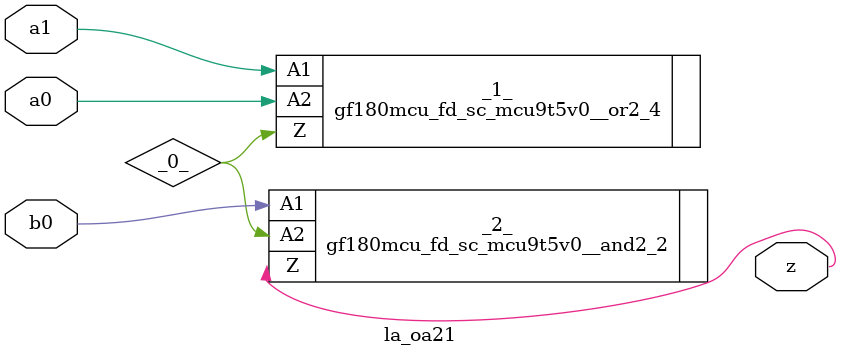
<source format=v>

/* Generated by Yosys 0.37 (git sha1 a5c7f69ed, clang 14.0.0-1ubuntu1.1 -fPIC -Os) */

module la_oa21(a0, a1, b0, z);
  wire _0_;
  input a0;
  wire a0;
  input a1;
  wire a1;
  input b0;
  wire b0;
  output z;
  wire z;
  gf180mcu_fd_sc_mcu9t5v0__or2_4 _1_ (
    .A1(a1),
    .A2(a0),
    .Z(_0_)
  );
  gf180mcu_fd_sc_mcu9t5v0__and2_2 _2_ (
    .A1(b0),
    .A2(_0_),
    .Z(z)
  );
endmodule

</source>
